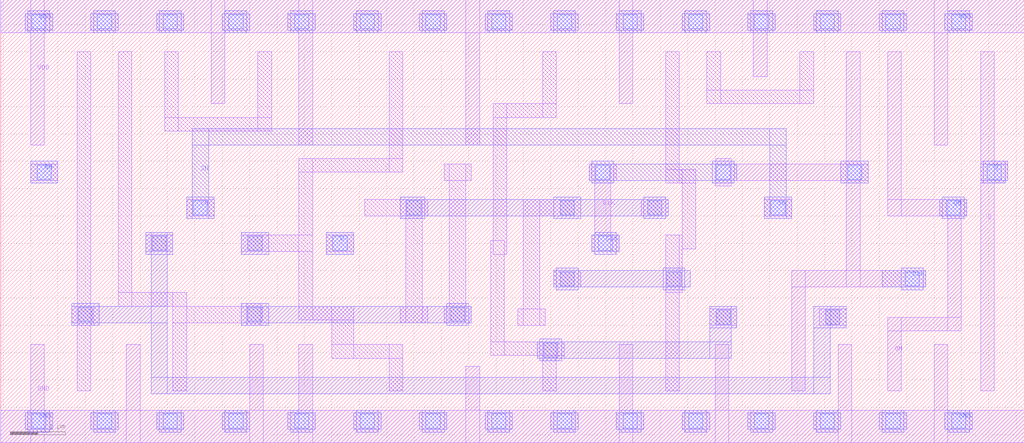
<source format=lef>
VERSION 5.8 ;
BUSBITCHARS "[]" ;
DIVIDERCHAR "/" ;

MACRO gf180mcu_osu_sc_12T_and2_1
  CLASS CORE ;
  ORIGIN 0 0.15 ;
  FOREIGN gf180mcu_osu_sc_12T_and2_1 0 -0.15 ;
  SIZE 3.9 BY 8.1 ;
  SYMMETRY X Y ;
  SITE 12T ;
  PIN A
    DIRECTION INPUT ;
    USE SIGNAL ;
    PORT
      LAYER MET1 ;
        RECT 0.6 3.35 1.1 3.65 ;
      LAYER MET2 ;
        RECT 0.6 3.3 1.1 3.7 ;
      LAYER VIA12 ;
        RECT 0.72 3.37 0.98 3.63 ;
    END
  END A
  PIN B
    DIRECTION INPUT ;
    USE SIGNAL ;
    PORT
      LAYER MET1 ;
        RECT 1.9 2.7 2.4 3 ;
      LAYER MET2 ;
        RECT 1.9 2.65 2.4 3.05 ;
      LAYER VIA12 ;
        RECT 2.02 2.72 2.28 2.98 ;
    END
  END B
  PIN GND
    DIRECTION INOUT ;
    USE GROUND ;
    SHAPE ABUTMENT ;
    PORT
      LAYER MET1 ;
        RECT 0 -0.15 3.9 0.45 ;
        RECT 2.1 -0.15 2.5 1.65 ;
      LAYER MET2 ;
        RECT 2.85 0.1 3.35 0.4 ;
        RECT 2.9 0.05 3.3 0.45 ;
        RECT 1.65 0.1 2.15 0.4 ;
        RECT 1.7 0.05 2.1 0.45 ;
        RECT 0.45 0.1 0.95 0.4 ;
        RECT 0.5 0.05 0.9 0.45 ;
      LAYER VIA12 ;
        RECT 0.57 0.12 0.83 0.38 ;
        RECT 1.77 0.12 2.03 0.38 ;
        RECT 2.97 0.12 3.23 0.38 ;
    END
  END GND
  PIN VDD
    DIRECTION INOUT ;
    USE POWER ;
    SHAPE ABUTMENT ;
    PORT
      LAYER MET1 ;
        RECT 0 7.35 3.9 7.95 ;
        RECT 2.25 5.3 2.5 7.95 ;
        RECT 0.55 5.3 0.8 7.95 ;
      LAYER MET2 ;
        RECT 2.85 7.4 3.35 7.7 ;
        RECT 2.9 7.35 3.3 7.75 ;
        RECT 1.65 7.4 2.15 7.7 ;
        RECT 1.7 7.35 2.1 7.75 ;
        RECT 0.45 7.4 0.95 7.7 ;
        RECT 0.5 7.35 0.9 7.75 ;
      LAYER VIA12 ;
        RECT 0.57 7.42 0.83 7.68 ;
        RECT 1.77 7.42 2.03 7.68 ;
        RECT 2.97 7.42 3.23 7.68 ;
    END
  END VDD
  PIN Y
    DIRECTION OUTPUT ;
    USE SIGNAL ;
    PORT
      LAYER MET1 ;
        RECT 3.1 4.7 3.6 5 ;
        RECT 3.1 4.65 3.5 5 ;
        RECT 3.1 4.65 3.45 5.05 ;
        RECT 3.1 0.8 3.35 7 ;
      LAYER MET2 ;
        RECT 3.1 4.65 3.6 5.05 ;
      LAYER VIA12 ;
        RECT 3.22 4.72 3.48 4.98 ;
    END
  END Y
  OBS
    LAYER MET2 ;
      RECT 2.35 3.95 2.85 4.35 ;
      RECT 1.3 3.95 1.8 4.35 ;
    LAYER VIA12 ;
      RECT 2.47 4.02 2.73 4.28 ;
      RECT 1.42 4.02 1.68 4.28 ;
    LAYER MET1 ;
      RECT 1.4 1.75 1.65 7 ;
      RECT 1.3 4 2.85 4.3 ;
      RECT 0.7 1.75 1.65 2 ;
      RECT 0.7 0.8 0.95 2 ;
  END
END gf180mcu_osu_sc_12T_and2_1

MACRO gf180mcu_osu_sc_12T_aoi21_1
  CLASS CORE ;
  ORIGIN 0 0.15 ;
  FOREIGN gf180mcu_osu_sc_12T_aoi21_1 0 -0.15 ;
  SIZE 3.9 BY 8.1 ;
  SYMMETRY X Y ;
  SITE 12T ;
  PIN A0
    DIRECTION INPUT ;
    USE SIGNAL ;
    PORT
      LAYER MET1 ;
        RECT 0.6 3.35 1.1 3.65 ;
      LAYER MET2 ;
        RECT 0.6 3.3 1.1 3.7 ;
      LAYER VIA12 ;
        RECT 0.72 3.37 0.98 3.63 ;
    END
  END A0
  PIN A1
    DIRECTION INPUT ;
    USE SIGNAL ;
    PORT
      LAYER MET1 ;
        RECT 1.6 4 2.1 4.3 ;
      LAYER MET2 ;
        RECT 1.6 3.95 2.1 4.35 ;
      LAYER VIA12 ;
        RECT 1.72 4.02 1.98 4.28 ;
    END
  END A1
  PIN B
    DIRECTION INPUT ;
    USE SIGNAL ;
    PORT
      LAYER MET1 ;
        RECT 2.35 3.35 2.85 3.65 ;
      LAYER MET2 ;
        RECT 2.35 3.3 2.85 3.7 ;
      LAYER VIA12 ;
        RECT 2.47 3.37 2.73 3.63 ;
    END
  END B
  PIN GND
    DIRECTION INOUT ;
    USE GROUND ;
    SHAPE ABUTMENT ;
    PORT
      LAYER MET1 ;
        RECT 0 -0.15 3.9 0.45 ;
        RECT 2.95 -0.15 3.2 1.65 ;
        RECT 0.7 -0.15 0.95 1.65 ;
      LAYER MET2 ;
        RECT 2.85 0.1 3.35 0.4 ;
        RECT 2.9 0.05 3.3 0.45 ;
        RECT 1.65 0.1 2.15 0.4 ;
        RECT 1.7 0.05 2.1 0.45 ;
        RECT 0.45 0.1 0.95 0.4 ;
        RECT 0.5 0.05 0.9 0.45 ;
      LAYER VIA12 ;
        RECT 0.57 0.12 0.83 0.38 ;
        RECT 1.77 0.12 2.03 0.38 ;
        RECT 2.97 0.12 3.23 0.38 ;
    END
  END GND
  PIN VDD
    DIRECTION INOUT ;
    USE POWER ;
    SHAPE ABUTMENT ;
    PORT
      LAYER MET1 ;
        RECT 0 7.35 3.9 7.95 ;
        RECT 1.4 6.05 1.65 7.95 ;
      LAYER MET2 ;
        RECT 2.85 7.4 3.35 7.7 ;
        RECT 2.9 7.35 3.3 7.75 ;
        RECT 1.65 7.4 2.15 7.7 ;
        RECT 1.7 7.35 2.1 7.75 ;
        RECT 0.45 7.4 0.95 7.7 ;
        RECT 0.5 7.35 0.9 7.75 ;
      LAYER VIA12 ;
        RECT 0.57 7.42 0.83 7.68 ;
        RECT 1.77 7.42 2.03 7.68 ;
        RECT 2.97 7.42 3.23 7.68 ;
    END
  END VDD
  PIN Y
    DIRECTION OUTPUT ;
    USE SIGNAL ;
    PORT
      LAYER MET1 ;
        RECT 3 4.65 3.5 4.95 ;
        RECT 3.1 2.4 3.35 7 ;
        RECT 2.1 2.4 3.35 2.65 ;
        RECT 2.1 0.8 2.35 2.65 ;
      LAYER MET2 ;
        RECT 3 4.6 3.5 5 ;
      LAYER VIA12 ;
        RECT 3.12 4.67 3.38 4.93 ;
    END
  END Y
  OBS
    LAYER MET1 ;
      RECT 2.25 5.55 2.5 7 ;
      RECT 0.55 5.55 0.8 7 ;
      RECT 0.55 5.55 2.5 5.8 ;
  END
END gf180mcu_osu_sc_12T_aoi21_1

MACRO gf180mcu_osu_sc_12T_dff_1
  CLASS CORE ;
  ORIGIN 0 0.15 ;
  FOREIGN gf180mcu_osu_sc_12T_dff_1 0 -0.15 ;
  SIZE 12.95 BY 8.1 ;
  SYMMETRY X Y ;
  SITE 12T ;
  PIN CLK
    DIRECTION INPUT ;
    USE CLOCK ;
    PORT
      LAYER MET1 ;
        RECT 9.7 2.7 11.15 3 ;
        RECT 9.7 0.8 9.95 7 ;
        RECT 6.75 3.35 7.3 3.65 ;
        RECT 6.7 4.65 7.2 4.95 ;
        RECT 6.8 3.3 7.2 3.65 ;
        RECT 6.8 3.3 7.1 4.95 ;
      LAYER MET2 ;
        RECT 9.6 2.7 11.15 3 ;
        RECT 10.7 2.65 11.1 3.05 ;
        RECT 6.7 4.65 9.9 4.95 ;
        RECT 9.6 2.7 9.9 4.95 ;
        RECT 6.75 4.6 7.15 5 ;
        RECT 6.75 3.35 7.25 3.65 ;
        RECT 6.8 3.3 7.2 3.7 ;
      LAYER VIA12 ;
        RECT 6.82 4.67 7.08 4.93 ;
        RECT 6.87 3.37 7.13 3.63 ;
        RECT 10.77 2.72 11.03 2.98 ;
    END
  END CLK
  PIN D
    DIRECTION INPUT ;
    USE SIGNAL ;
    PORT
      LAYER MET1 ;
        RECT 1.9 3.35 2.4 3.65 ;
      LAYER MET2 ;
        RECT 1.75 3.35 2.55 3.65 ;
        RECT 1.9 3.3 2.4 3.7 ;
      LAYER VIA12 ;
        RECT 2.02 3.37 2.28 3.63 ;
    END
  END D
  PIN GND
    DIRECTION INOUT ;
    USE GROUND ;
    SHAPE ABUTMENT ;
    PORT
      LAYER MET1 ;
        RECT 0 -0.15 12.95 0.45 ;
        RECT 11.3 -0.15 11.55 1.65 ;
        RECT 8.85 -0.15 9.1 1.3 ;
        RECT 7.25 -0.15 7.5 1.65 ;
        RECT 4.45 -0.15 4.7 1.25 ;
        RECT 1.4 -0.15 1.65 1.65 ;
      LAYER MET2 ;
        RECT 11.25 0.1 11.75 0.4 ;
        RECT 11.3 0.05 11.7 0.45 ;
        RECT 10.05 0.1 10.55 0.4 ;
        RECT 10.1 0.05 10.5 0.45 ;
        RECT 8.85 0.1 9.35 0.4 ;
        RECT 8.9 0.05 9.3 0.45 ;
        RECT 7.65 0.1 8.15 0.4 ;
        RECT 7.7 0.05 8.1 0.45 ;
        RECT 6.45 0.1 6.95 0.4 ;
        RECT 6.5 0.05 6.9 0.45 ;
        RECT 5.25 0.1 5.75 0.4 ;
        RECT 5.3 0.05 5.7 0.45 ;
        RECT 4.05 0.1 4.55 0.4 ;
        RECT 4.1 0.05 4.5 0.45 ;
        RECT 2.85 0.1 3.35 0.4 ;
        RECT 2.9 0.05 3.3 0.45 ;
        RECT 1.65 0.1 2.15 0.4 ;
        RECT 1.7 0.05 2.1 0.45 ;
        RECT 0.45 0.1 0.95 0.4 ;
        RECT 0.5 0.05 0.9 0.45 ;
      LAYER VIA12 ;
        RECT 0.57 0.12 0.83 0.38 ;
        RECT 1.77 0.12 2.03 0.38 ;
        RECT 2.97 0.12 3.23 0.38 ;
        RECT 4.17 0.12 4.43 0.38 ;
        RECT 5.37 0.12 5.63 0.38 ;
        RECT 6.57 0.12 6.83 0.38 ;
        RECT 7.77 0.12 8.03 0.38 ;
        RECT 8.97 0.12 9.23 0.38 ;
        RECT 10.17 0.12 10.43 0.38 ;
        RECT 11.37 0.12 11.63 0.38 ;
    END
  END GND
  PIN Q
    DIRECTION OUTPUT ;
    USE SIGNAL ;
    PORT
      LAYER MET1 ;
        RECT 12.15 4.65 12.65 5 ;
        RECT 12.15 4.6 12.6 5 ;
        RECT 12.15 0.8 12.4 7 ;
      LAYER MET2 ;
        RECT 12.15 4.65 12.65 4.95 ;
        RECT 12.2 4.6 12.6 5 ;
      LAYER VIA12 ;
        RECT 12.27 4.67 12.53 4.93 ;
    END
  END Q
  PIN QN
    DIRECTION OUTPUT ;
    USE SIGNAL ;
    PORT
      LAYER MET1 ;
        RECT 10.45 4 11.9 4.3 ;
        RECT 11.55 1.9 11.8 4.3 ;
        RECT 10.45 1.9 11.8 2.15 ;
        RECT 10.45 4 10.7 7 ;
        RECT 10.45 0.8 10.7 2.15 ;
      LAYER MET2 ;
        RECT 11.4 4 11.9 4.3 ;
        RECT 11.45 3.95 11.85 4.35 ;
      LAYER VIA12 ;
        RECT 11.52 4.02 11.78 4.28 ;
    END
  END QN
  PIN VDD
    DIRECTION INOUT ;
    USE POWER ;
    SHAPE ABUTMENT ;
    PORT
      LAYER MET1 ;
        RECT 0 7.35 12.95 7.95 ;
        RECT 11.3 5.3 11.55 7.95 ;
        RECT 8.85 5.3 9.1 7.95 ;
        RECT 7.25 6.05 7.5 7.95 ;
        RECT 4.45 5.3 4.7 7.95 ;
        RECT 1.4 5.3 1.65 7.95 ;
      LAYER MET2 ;
        RECT 11.25 7.4 11.75 7.7 ;
        RECT 11.3 7.35 11.7 7.75 ;
        RECT 10.05 7.4 10.55 7.7 ;
        RECT 10.1 7.35 10.5 7.75 ;
        RECT 8.85 7.4 9.35 7.7 ;
        RECT 8.9 7.35 9.3 7.75 ;
        RECT 7.65 7.4 8.15 7.7 ;
        RECT 7.7 7.35 8.1 7.75 ;
        RECT 6.45 7.4 6.95 7.7 ;
        RECT 6.5 7.35 6.9 7.75 ;
        RECT 5.25 7.4 5.75 7.7 ;
        RECT 5.3 7.35 5.7 7.75 ;
        RECT 4.05 7.4 4.55 7.7 ;
        RECT 4.1 7.35 4.5 7.75 ;
        RECT 2.85 7.4 3.35 7.7 ;
        RECT 2.9 7.35 3.3 7.75 ;
        RECT 1.65 7.4 2.15 7.7 ;
        RECT 1.7 7.35 2.1 7.75 ;
        RECT 0.45 7.4 0.95 7.7 ;
        RECT 0.5 7.35 0.9 7.75 ;
      LAYER VIA12 ;
        RECT 0.57 7.42 0.83 7.68 ;
        RECT 1.77 7.42 2.03 7.68 ;
        RECT 2.97 7.42 3.23 7.68 ;
        RECT 4.17 7.42 4.43 7.68 ;
        RECT 5.37 7.42 5.63 7.68 ;
        RECT 6.57 7.42 6.83 7.68 ;
        RECT 7.77 7.42 8.03 7.68 ;
        RECT 8.97 7.42 9.23 7.68 ;
        RECT 10.17 7.42 10.43 7.68 ;
        RECT 11.37 7.42 11.63 7.68 ;
    END
  END VDD
  OBS
    LAYER MET2 ;
      RECT 9 1.5 9.4 1.9 ;
      RECT 8.5 1.55 9.45 1.85 ;
      RECT 5.8 1.35 6.2 1.75 ;
      RECT 5.75 1.4 8.8 1.7 ;
      RECT 5.75 1.5 9.4 1.7 ;
      RECT 8.05 2.65 8.45 3.05 ;
      RECT 6.1 2.65 6.5 3.05 ;
      RECT 6.05 2.7 8.55 3 ;
      RECT 7.7 3.95 8.1 4.35 ;
      RECT 6.05 3.95 6.55 4.35 ;
      RECT 3.25 3.95 3.7 4.35 ;
      RECT 3.25 4 8.15 4.3 ;
      RECT 4.1 2 4.5 2.4 ;
      RECT 0.45 2 0.85 2.4 ;
      RECT 0.4 2.05 4.55 2.35 ;
    LAYER VIA12 ;
      RECT 9.07 1.57 9.33 1.83 ;
      RECT 8.12 2.72 8.38 2.98 ;
      RECT 7.77 4.02 8.03 4.28 ;
      RECT 6.17 2.72 6.43 2.98 ;
      RECT 6.17 4.02 6.43 4.28 ;
      RECT 5.87 1.42 6.13 1.68 ;
      RECT 4.17 2.07 4.43 2.33 ;
      RECT 3.37 4.02 3.63 4.28 ;
      RECT 0.52 2.07 0.78 2.33 ;
    LAYER MET1 ;
      RECT 9.05 1.55 9.35 3.1 ;
      RECT 8.95 2.7 9.45 3 ;
      RECT 8.95 1.55 9.45 1.85 ;
      RECT 8.1 4.6 8.35 7 ;
      RECT 8.1 4.6 8.9 4.85 ;
      RECT 8.6 3.4 8.9 4.85 ;
      RECT 8.1 3.4 8.9 3.65 ;
      RECT 8.1 2.6 8.4 3.65 ;
      RECT 8.1 0.8 8.35 3.65 ;
      RECT 5.5 4 6.55 4.3 ;
      RECT 5.5 2 5.8 4.3 ;
      RECT 5.4 2 5.9 2.3 ;
      RECT 5.85 5.8 6.1 7 ;
      RECT 4.95 5.8 6.1 6.05 ;
      RECT 4.95 3.3 5.2 6.05 ;
      RECT 4.9 1.45 5.15 3.55 ;
      RECT 4.9 1.45 6.25 1.7 ;
      RECT 5.85 1.4 6.25 1.7 ;
      RECT 5.85 0.8 6.1 1.7 ;
      RECT 4.05 4.65 4.55 4.95 ;
      RECT 4.15 2.05 4.45 4.95 ;
      RECT 4.05 2.05 4.55 2.35 ;
      RECT 2.6 4 3.75 4.3 ;
      RECT 3.35 2.05 3.65 4.3 ;
      RECT 3.25 2.05 3.75 2.35 ;
      RECT 3.05 4.8 3.3 7 ;
      RECT 1.4 4.8 3.3 5.05 ;
      RECT 1.4 2.1 1.65 5.05 ;
      RECT 1.05 4 1.65 4.3 ;
      RECT 1.4 2.1 2.4 2.35 ;
      RECT 2 1.4 2.4 2.35 ;
      RECT 2 1.4 3.3 1.65 ;
      RECT 3.05 0.8 3.3 1.65 ;
      RECT 0.55 0.8 0.8 7 ;
      RECT 0.5 1.95 0.8 2.45 ;
      RECT 7.65 4 8.15 4.3 ;
      RECT 6.05 2.7 6.55 3 ;
  END
END gf180mcu_osu_sc_12T_dff_1

MACRO gf180mcu_osu_sc_12T_dffn_1
  CLASS CORE ;
  ORIGIN 0 0.15 ;
  FOREIGN gf180mcu_osu_sc_12T_dffn_1 0 -0.15 ;
  SIZE 12.95 BY 8.1 ;
  SYMMETRY X Y ;
  SITE 12T ;
  PIN CLKN
    DIRECTION INPUT ;
    USE CLOCK ;
    PORT
      LAYER MET1 ;
        RECT 9.7 2.7 11.15 3 ;
        RECT 9.7 0.8 9.95 7 ;
        RECT 6.75 3.35 7.25 3.65 ;
        RECT 6.7 4.65 7.2 4.95 ;
        RECT 6.8 3.35 7.1 4.95 ;
      LAYER MET2 ;
        RECT 9.6 2.7 11.15 3 ;
        RECT 10.7 2.65 11.1 3.05 ;
        RECT 6.7 4.65 9.9 4.95 ;
        RECT 9.6 2.7 9.9 4.95 ;
        RECT 6.75 4.6 7.15 5 ;
        RECT 6.75 3.35 7.25 3.65 ;
        RECT 6.8 3.3 7.2 3.7 ;
      LAYER VIA12 ;
        RECT 6.82 4.67 7.08 4.93 ;
        RECT 6.87 3.37 7.13 3.63 ;
        RECT 10.77 2.72 11.03 2.98 ;
    END
  END CLKN
  PIN D
    DIRECTION INPUT ;
    USE SIGNAL ;
    PORT
      LAYER MET1 ;
        RECT 1.9 3.35 2.4 3.65 ;
      LAYER MET2 ;
        RECT 1.75 3.35 2.55 3.65 ;
        RECT 1.9 3.3 2.4 3.7 ;
      LAYER VIA12 ;
        RECT 2.02 3.37 2.28 3.63 ;
    END
  END D
  PIN GND
    DIRECTION INOUT ;
    USE GROUND ;
    SHAPE ABUTMENT ;
    PORT
      LAYER MET1 ;
        RECT 0 -0.15 12.95 0.45 ;
        RECT 11.3 -0.15 11.55 1.65 ;
        RECT 8.85 -0.15 9.1 1.3 ;
        RECT 7.25 -0.15 7.5 1.65 ;
        RECT 4.45 -0.15 4.7 1.25 ;
        RECT 1.4 -0.15 1.65 1.65 ;
      LAYER MET2 ;
        RECT 11.25 0.1 11.75 0.4 ;
        RECT 11.3 0.05 11.7 0.45 ;
        RECT 10.05 0.1 10.55 0.4 ;
        RECT 10.1 0.05 10.5 0.45 ;
        RECT 8.85 0.1 9.35 0.4 ;
        RECT 8.9 0.05 9.3 0.45 ;
        RECT 7.65 0.1 8.15 0.4 ;
        RECT 7.7 0.05 8.1 0.45 ;
        RECT 6.45 0.1 6.95 0.4 ;
        RECT 6.5 0.05 6.9 0.45 ;
        RECT 5.25 0.1 5.75 0.4 ;
        RECT 5.3 0.05 5.7 0.45 ;
        RECT 4.05 0.1 4.55 0.4 ;
        RECT 4.1 0.05 4.5 0.45 ;
        RECT 2.85 0.1 3.35 0.4 ;
        RECT 2.9 0.05 3.3 0.45 ;
        RECT 1.65 0.1 2.15 0.4 ;
        RECT 1.7 0.05 2.1 0.45 ;
        RECT 0.45 0.1 0.95 0.4 ;
        RECT 0.5 0.05 0.9 0.45 ;
      LAYER VIA12 ;
        RECT 0.57 0.12 0.83 0.38 ;
        RECT 1.77 0.12 2.03 0.38 ;
        RECT 2.97 0.12 3.23 0.38 ;
        RECT 4.17 0.12 4.43 0.38 ;
        RECT 5.37 0.12 5.63 0.38 ;
        RECT 6.57 0.12 6.83 0.38 ;
        RECT 7.77 0.12 8.03 0.38 ;
        RECT 8.97 0.12 9.23 0.38 ;
        RECT 10.17 0.12 10.43 0.38 ;
        RECT 11.37 0.12 11.63 0.38 ;
    END
  END GND
  PIN Q
    DIRECTION OUTPUT ;
    USE SIGNAL ;
    PORT
      LAYER MET1 ;
        RECT 12.15 4.65 12.65 5 ;
        RECT 12.15 4.6 12.6 5 ;
        RECT 12.15 0.8 12.4 7 ;
      LAYER MET2 ;
        RECT 12.15 4.65 12.65 4.95 ;
        RECT 12.2 4.6 12.6 5 ;
      LAYER VIA12 ;
        RECT 12.27 4.67 12.53 4.93 ;
    END
  END Q
  PIN QN
    DIRECTION OUTPUT ;
    USE SIGNAL ;
    PORT
      LAYER MET1 ;
        RECT 10.45 4 11.9 4.3 ;
        RECT 11.55 1.9 11.8 4.3 ;
        RECT 10.45 1.9 11.8 2.15 ;
        RECT 10.45 4 10.7 7 ;
        RECT 10.45 0.8 10.7 2.15 ;
      LAYER MET2 ;
        RECT 11.4 4 11.9 4.3 ;
        RECT 11.45 3.95 11.85 4.35 ;
      LAYER VIA12 ;
        RECT 11.52 4.02 11.78 4.28 ;
    END
  END QN
  PIN VDD
    DIRECTION INOUT ;
    USE POWER ;
    SHAPE ABUTMENT ;
    PORT
      LAYER MET1 ;
        RECT 0 7.35 12.95 7.95 ;
        RECT 11.3 5.3 11.55 7.95 ;
        RECT 8.85 5.3 9.1 7.95 ;
        RECT 7.25 6.05 7.5 7.95 ;
        RECT 4.45 5.3 4.7 7.95 ;
        RECT 1.4 5.3 1.65 7.95 ;
      LAYER MET2 ;
        RECT 11.25 7.4 11.75 7.7 ;
        RECT 11.3 7.35 11.7 7.75 ;
        RECT 10.05 7.4 10.55 7.7 ;
        RECT 10.1 7.35 10.5 7.75 ;
        RECT 8.85 7.4 9.35 7.7 ;
        RECT 8.9 7.35 9.3 7.75 ;
        RECT 7.65 7.4 8.15 7.7 ;
        RECT 7.7 7.35 8.1 7.75 ;
        RECT 6.45 7.4 6.95 7.7 ;
        RECT 6.5 7.35 6.9 7.75 ;
        RECT 5.25 7.4 5.75 7.7 ;
        RECT 5.3 7.35 5.7 7.75 ;
        RECT 4.05 7.4 4.55 7.7 ;
        RECT 4.1 7.35 4.5 7.75 ;
        RECT 2.85 7.4 3.35 7.7 ;
        RECT 2.9 7.35 3.3 7.75 ;
        RECT 1.65 7.4 2.15 7.7 ;
        RECT 1.7 7.35 2.1 7.75 ;
        RECT 0.45 7.4 0.95 7.7 ;
        RECT 0.5 7.35 0.9 7.75 ;
      LAYER VIA12 ;
        RECT 0.57 7.42 0.83 7.68 ;
        RECT 1.77 7.42 2.03 7.68 ;
        RECT 2.97 7.42 3.23 7.68 ;
        RECT 4.17 7.42 4.43 7.68 ;
        RECT 5.37 7.42 5.63 7.68 ;
        RECT 6.57 7.42 6.83 7.68 ;
        RECT 7.77 7.42 8.03 7.68 ;
        RECT 8.97 7.42 9.23 7.68 ;
        RECT 10.17 7.42 10.43 7.68 ;
        RECT 11.37 7.42 11.63 7.68 ;
    END
  END VDD
  OBS
    LAYER MET2 ;
      RECT 9 1.5 9.4 1.9 ;
      RECT 8.5 1.55 9.45 1.85 ;
      RECT 5.8 1.35 6.2 1.75 ;
      RECT 5.75 1.4 8.8 1.7 ;
      RECT 5.75 1.5 9.4 1.7 ;
      RECT 8.05 2.65 8.45 3.05 ;
      RECT 6.1 2.65 6.5 3.05 ;
      RECT 6.05 2.7 8.55 3 ;
      RECT 7.7 3.95 8.1 4.35 ;
      RECT 6.05 3.95 6.55 4.35 ;
      RECT 3.25 3.95 3.7 4.35 ;
      RECT 3.25 4 8.15 4.3 ;
      RECT 4.1 2 4.5 2.4 ;
      RECT 0.45 2 0.85 2.4 ;
      RECT 0.4 2.05 4.55 2.35 ;
    LAYER VIA12 ;
      RECT 9.07 1.57 9.33 1.83 ;
      RECT 8.12 2.72 8.38 2.98 ;
      RECT 7.77 4.02 8.03 4.28 ;
      RECT 6.17 2.72 6.43 2.98 ;
      RECT 6.17 4.02 6.43 4.28 ;
      RECT 5.87 1.42 6.13 1.68 ;
      RECT 4.17 2.07 4.43 2.33 ;
      RECT 3.37 4.02 3.63 4.28 ;
      RECT 0.52 2.07 0.78 2.33 ;
    LAYER MET1 ;
      RECT 9.05 1.55 9.35 3.1 ;
      RECT 8.95 2.7 9.45 3 ;
      RECT 8.95 1.55 9.45 1.85 ;
      RECT 8.1 4.6 8.35 7 ;
      RECT 8.1 4.6 8.9 4.85 ;
      RECT 8.6 3.4 8.9 4.85 ;
      RECT 8.1 3.4 8.9 3.65 ;
      RECT 8.1 2.6 8.4 3.65 ;
      RECT 8.1 0.8 8.35 3.65 ;
      RECT 5.5 4 6.55 4.3 ;
      RECT 5.5 2 5.8 4.3 ;
      RECT 5.4 2 5.9 2.3 ;
      RECT 5.85 5.8 6.1 7 ;
      RECT 4.95 5.8 6.1 6.05 ;
      RECT 4.95 3.3 5.2 6.05 ;
      RECT 4.9 1.45 5.15 3.55 ;
      RECT 4.9 1.45 6.25 1.7 ;
      RECT 5.85 1.4 6.25 1.7 ;
      RECT 5.85 0.8 6.1 1.7 ;
      RECT 4.05 4.65 4.55 4.95 ;
      RECT 4.15 2.05 4.45 4.95 ;
      RECT 4.05 2.05 4.55 2.35 ;
      RECT 2.6 4 3.75 4.3 ;
      RECT 3.35 2.05 3.65 4.3 ;
      RECT 3.25 2.05 3.75 2.35 ;
      RECT 3.05 4.8 3.3 7 ;
      RECT 1.4 4.8 3.3 5.05 ;
      RECT 1.4 2.1 1.65 5.05 ;
      RECT 1.05 4 1.65 4.3 ;
      RECT 1.4 2.1 2.4 2.35 ;
      RECT 2 1.4 2.4 2.35 ;
      RECT 2 1.4 3.3 1.65 ;
      RECT 3.05 0.8 3.3 1.65 ;
      RECT 0.55 0.8 0.8 7 ;
      RECT 0.5 1.95 0.8 2.45 ;
      RECT 7.65 4 8.15 4.3 ;
      RECT 6.05 2.7 6.55 3 ;
  END
END gf180mcu_osu_sc_12T_dffn_1

MACRO gf180mcu_osu_sc_12T_dffsr_1
  CLASS CORE ;
  ORIGIN 4.05 0.15 ;
  FOREIGN gf180mcu_osu_sc_12T_dffsr_1 -4.05 -0.15 ;
  SIZE 18.7 BY 8.1 ;
  SYMMETRY X Y ;
  SITE 12T ;
  PIN CLK
    DIRECTION INPUT ;
    USE CLOCK ;
    PORT
      LAYER MET1 ;
        RECT 10.4 2.7 12.85 3 ;
        RECT 9 4.65 11.8 4.95 ;
        RECT 11.4 2.7 11.65 7 ;
        RECT 10.4 0.8 10.65 3 ;
        RECT 9 4.55 9.3 5.05 ;
        RECT 6.75 3.35 7.25 3.65 ;
        RECT 6.7 4.65 7.2 4.95 ;
        RECT 6.8 3.35 7.1 4.95 ;
      LAYER MET2 ;
        RECT 12.05 2.7 12.85 3 ;
        RECT 12.4 2.65 12.8 3.05 ;
        RECT 11.3 4.6 11.8 5 ;
        RECT 6.7 4.65 9.4 4.95 ;
        RECT 8.95 4.6 9.35 5 ;
        RECT 6.75 4.6 7.15 5 ;
        RECT 6.75 3.35 7.25 3.65 ;
        RECT 6.8 3.3 7.2 3.7 ;
      LAYER VIA12 ;
        RECT 6.82 4.67 7.08 4.93 ;
        RECT 6.87 3.37 7.13 3.63 ;
        RECT 9.02 4.67 9.28 4.93 ;
        RECT 11.42 4.67 11.68 4.93 ;
        RECT 12.47 2.72 12.73 2.98 ;
    END
  END CLK
  PIN D
    DIRECTION INPUT ;
    USE SIGNAL ;
    PORT
      LAYER MET1 ;
        RECT 1.9 3.35 2.4 3.65 ;
      LAYER MET2 ;
        RECT 1.9 3.3 2.4 3.7 ;
      LAYER VIA12 ;
        RECT 2.02 3.37 2.28 3.63 ;
    END
  END D
  PIN GND
    DIRECTION INOUT ;
    USE GROUND ;
    SHAPE ABUTMENT ;
    PORT
      LAYER MET1 ;
        RECT -4.05 -0.15 14.65 0.45 ;
        RECT 13 -0.15 13.25 1.65 ;
        RECT 11.25 -0.15 11.5 1.65 ;
        RECT 9 -0.15 9.25 1.65 ;
        RECT 7.25 -0.15 7.5 1.65 ;
        RECT 4.45 -0.15 4.7 1.25 ;
        RECT 1.4 -0.15 1.65 1.65 ;
        RECT 0.5 -0.15 0.75 1.65 ;
        RECT -1.75 -0.15 -1.5 1.65 ;
        RECT -3.5 -0.15 -3.25 1.65 ;
      LAYER MET2 ;
        RECT 13.2 0.1 13.7 0.4 ;
        RECT 13.25 0.05 13.65 0.45 ;
        RECT 12 0.1 12.5 0.4 ;
        RECT 12.05 0.05 12.45 0.45 ;
        RECT 10.8 0.1 11.3 0.4 ;
        RECT 10.85 0.05 11.25 0.45 ;
        RECT 9.6 0.1 10.1 0.4 ;
        RECT 9.65 0.05 10.05 0.45 ;
        RECT 8.4 0.1 8.9 0.4 ;
        RECT 8.45 0.05 8.85 0.45 ;
        RECT 7.2 0.1 7.7 0.4 ;
        RECT 7.25 0.05 7.65 0.45 ;
        RECT 6 0.1 6.5 0.4 ;
        RECT 6.05 0.05 6.45 0.45 ;
        RECT 4.8 0.1 5.3 0.4 ;
        RECT 4.85 0.05 5.25 0.45 ;
        RECT 3.6 0.1 4.1 0.4 ;
        RECT 3.65 0.05 4.05 0.45 ;
        RECT 2.4 0.1 2.9 0.4 ;
        RECT 2.45 0.05 2.85 0.45 ;
        RECT 1.2 0.1 1.7 0.4 ;
        RECT 1.25 0.05 1.65 0.45 ;
        RECT 0 0.1 0.5 0.4 ;
        RECT 0.05 0.05 0.45 0.45 ;
        RECT -1.2 0.1 -0.7 0.4 ;
        RECT -1.15 0.05 -0.75 0.45 ;
        RECT -2.4 0.1 -1.9 0.4 ;
        RECT -2.35 0.05 -1.95 0.45 ;
        RECT -3.6 0.1 -3.1 0.4 ;
        RECT -3.55 0.05 -3.15 0.45 ;
      LAYER VIA12 ;
        RECT -3.48 0.12 -3.22 0.38 ;
        RECT -2.28 0.12 -2.02 0.38 ;
        RECT -1.08 0.12 -0.82 0.38 ;
        RECT 0.12 0.12 0.38 0.38 ;
        RECT 1.32 0.12 1.58 0.38 ;
        RECT 2.52 0.12 2.78 0.38 ;
        RECT 3.72 0.12 3.98 0.38 ;
        RECT 4.92 0.12 5.18 0.38 ;
        RECT 6.12 0.12 6.38 0.38 ;
        RECT 7.32 0.12 7.58 0.38 ;
        RECT 8.52 0.12 8.78 0.38 ;
        RECT 9.72 0.12 9.98 0.38 ;
        RECT 10.92 0.12 11.18 0.38 ;
        RECT 12.12 0.12 12.38 0.38 ;
        RECT 13.32 0.12 13.58 0.38 ;
    END
  END GND
  PIN Q
    DIRECTION OUTPUT ;
    USE SIGNAL ;
    PORT
      LAYER MET1 ;
        RECT 13.85 4.65 14.35 5 ;
        RECT 13.85 4.6 14.3 5 ;
        RECT 13.85 0.8 14.1 7 ;
      LAYER MET2 ;
        RECT 13.85 4.65 14.35 4.95 ;
        RECT 13.9 4.6 14.3 5 ;
      LAYER VIA12 ;
        RECT 13.97 4.67 14.23 4.93 ;
    END
  END Q
  PIN QN
    DIRECTION OUTPUT ;
    USE SIGNAL ;
    PORT
      LAYER MET1 ;
        RECT 12.15 4 13.6 4.3 ;
        RECT 13.25 1.9 13.5 4.3 ;
        RECT 12.15 1.9 13.5 2.15 ;
        RECT 12.15 4 12.4 7 ;
        RECT 12.15 0.8 12.4 2.15 ;
      LAYER MET2 ;
        RECT 13.1 4 13.6 4.3 ;
        RECT 13.15 3.95 13.55 4.35 ;
      LAYER VIA12 ;
        RECT 13.22 4.02 13.48 4.28 ;
    END
  END QN
  PIN RN
    DIRECTION INPUT ;
    USE SIGNAL ;
    PORT
      LAYER MET1 ;
        RECT -3.5 4.65 -3 4.95 ;
      LAYER MET2 ;
        RECT -3.5 4.6 -3 5 ;
      LAYER VIA12 ;
        RECT -3.38 4.67 -3.12 4.93 ;
    END
  END RN
  PIN SN
    DIRECTION INPUT ;
    USE SIGNAL ;
    PORT
      LAYER MET1 ;
        RECT 9.9 4 10.4 4.3 ;
        RECT -0.65 4 -0.15 4.3 ;
      LAYER MET2 ;
        RECT 9.9 3.95 10.4 4.35 ;
        RECT -0.55 5.3 10.3 5.6 ;
        RECT 10 3.95 10.3 5.6 ;
        RECT -0.65 3.95 -0.15 4.35 ;
        RECT -0.55 3.95 -0.25 5.6 ;
      LAYER VIA12 ;
        RECT -0.53 4.02 -0.27 4.28 ;
        RECT 10.02 4.02 10.28 4.28 ;
    END
  END SN
  PIN VDD
    DIRECTION INOUT ;
    USE POWER ;
    SHAPE ABUTMENT ;
    PORT
      LAYER MET1 ;
        RECT -4.05 7.35 14.65 7.95 ;
        RECT 13 5.3 13.25 7.95 ;
        RECT 9.7 6.55 9.95 7.95 ;
        RECT 7.25 6.05 7.5 7.95 ;
        RECT 4.45 5.3 4.7 7.95 ;
        RECT 1.4 5.3 1.65 7.95 ;
        RECT -0.2 6.05 0.05 7.95 ;
        RECT -3.5 5.3 -3.25 7.95 ;
      LAYER MET2 ;
        RECT 13.2 7.4 13.7 7.7 ;
        RECT 13.25 7.35 13.65 7.75 ;
        RECT 12 7.4 12.5 7.7 ;
        RECT 12.05 7.35 12.45 7.75 ;
        RECT 10.8 7.4 11.3 7.7 ;
        RECT 10.85 7.35 11.25 7.75 ;
        RECT 9.6 7.4 10.1 7.7 ;
        RECT 9.65 7.35 10.05 7.75 ;
        RECT 8.4 7.4 8.9 7.7 ;
        RECT 8.45 7.35 8.85 7.75 ;
        RECT 7.2 7.4 7.7 7.7 ;
        RECT 7.25 7.35 7.65 7.75 ;
        RECT 6 7.4 6.5 7.7 ;
        RECT 6.05 7.35 6.45 7.75 ;
        RECT 4.8 7.4 5.3 7.7 ;
        RECT 4.85 7.35 5.25 7.75 ;
        RECT 3.6 7.4 4.1 7.7 ;
        RECT 3.65 7.35 4.05 7.75 ;
        RECT 2.4 7.4 2.9 7.7 ;
        RECT 2.45 7.35 2.85 7.75 ;
        RECT 1.2 7.4 1.7 7.7 ;
        RECT 1.25 7.35 1.65 7.75 ;
        RECT 0 7.4 0.5 7.7 ;
        RECT 0.05 7.35 0.45 7.75 ;
        RECT -1.2 7.4 -0.7 7.7 ;
        RECT -1.15 7.35 -0.75 7.75 ;
        RECT -2.4 7.4 -1.9 7.7 ;
        RECT -2.35 7.35 -1.95 7.75 ;
        RECT -3.6 7.4 -3.1 7.7 ;
        RECT -3.55 7.35 -3.15 7.75 ;
      LAYER VIA12 ;
        RECT -3.48 7.42 -3.22 7.68 ;
        RECT -2.28 7.42 -2.02 7.68 ;
        RECT -1.08 7.42 -0.82 7.68 ;
        RECT 0.12 7.42 0.38 7.68 ;
        RECT 1.32 7.42 1.58 7.68 ;
        RECT 2.52 7.42 2.78 7.68 ;
        RECT 3.72 7.42 3.98 7.68 ;
        RECT 4.92 7.42 5.18 7.68 ;
        RECT 6.12 7.42 6.38 7.68 ;
        RECT 7.32 7.42 7.58 7.68 ;
        RECT 8.52 7.42 8.78 7.68 ;
        RECT 9.72 7.42 9.98 7.68 ;
        RECT 10.92 7.42 11.18 7.68 ;
        RECT 12.12 7.42 12.38 7.68 ;
        RECT 13.32 7.42 13.58 7.68 ;
    END
  END VDD
  OBS
    LAYER MET2 ;
      RECT -1.4 3.3 -0.9 3.7 ;
      RECT -1.3 0.75 -1 3.7 ;
      RECT -2.75 2 -2.25 2.4 ;
      RECT 10.8 1.95 11.4 2.35 ;
      RECT -2.75 2.05 -1 2.35 ;
      RECT 10.8 0.75 11.1 2.35 ;
      RECT -1.3 0.75 11.1 1.05 ;
      RECT 8.9 1.95 9.4 2.35 ;
      RECT 8.9 1.4 9.3 2.35 ;
      RECT 5.8 1.35 6.2 1.75 ;
      RECT 5.75 1.4 9.3 1.7 ;
      RECT 8.05 2.65 8.45 3.05 ;
      RECT 6.1 2.65 6.5 3.05 ;
      RECT 6.05 2.7 8.55 3 ;
      RECT 7.7 3.95 8.1 4.35 ;
      RECT 6.05 3.95 6.55 4.35 ;
      RECT 3.25 3.95 3.7 4.35 ;
      RECT 3.25 4 8.15 4.3 ;
      RECT 4.1 2 4.5 2.4 ;
      RECT 0.35 2 0.85 2.4 ;
      RECT 0.35 2.05 4.55 2.35 ;
      RECT 0.35 3.3 0.85 3.7 ;
    LAYER VIA12 ;
      RECT 11.02 2.02 11.28 2.28 ;
      RECT 9.02 2.02 9.28 2.28 ;
      RECT 8.12 2.72 8.38 2.98 ;
      RECT 7.77 4.02 8.03 4.28 ;
      RECT 6.17 2.72 6.43 2.98 ;
      RECT 6.17 4.02 6.43 4.28 ;
      RECT 5.87 1.42 6.13 1.68 ;
      RECT 4.17 2.07 4.43 2.33 ;
      RECT 3.37 4.02 3.63 4.28 ;
      RECT 0.47 2.07 0.73 2.33 ;
      RECT 0.47 3.37 0.73 3.63 ;
      RECT -1.28 3.37 -1.02 3.63 ;
      RECT -2.63 2.07 -2.37 2.33 ;
    LAYER MET1 ;
      RECT 10.55 6.05 10.8 7 ;
      RECT 8.85 6.05 9.1 7 ;
      RECT 8.85 6.05 10.8 6.3 ;
      RECT 8.1 4.6 8.35 7 ;
      RECT 8.1 4.6 8.65 4.85 ;
      RECT 8.4 3.4 8.65 4.85 ;
      RECT 8.1 2.6 8.4 3.65 ;
      RECT 8.1 0.8 8.35 3.65 ;
      RECT 5.5 4 6.55 4.3 ;
      RECT 5.5 2 5.8 4.3 ;
      RECT 5.4 2 5.9 2.3 ;
      RECT 5.85 5.8 6.1 7 ;
      RECT 4.95 5.8 6.1 6.05 ;
      RECT 4.95 3.3 5.2 6.05 ;
      RECT 4.9 1.45 5.15 3.55 ;
      RECT 4.9 1.45 6.25 1.7 ;
      RECT 5.85 1.4 6.25 1.7 ;
      RECT 5.85 0.8 6.1 1.7 ;
      RECT 4.05 4.65 4.55 4.95 ;
      RECT 4.15 2.05 4.45 4.95 ;
      RECT 4.05 2.05 4.55 2.35 ;
      RECT 2.6 4 3.75 4.3 ;
      RECT 3.35 2.05 3.65 4.3 ;
      RECT 3.25 2.05 3.75 2.35 ;
      RECT 3.05 4.8 3.3 7 ;
      RECT 1.4 4.8 3.3 5.05 ;
      RECT 1.4 2.1 1.65 5.05 ;
      RECT 0.35 3.35 1.65 3.65 ;
      RECT 1.4 2.1 2.4 2.35 ;
      RECT 2 1.4 2.4 2.35 ;
      RECT 2 1.4 3.3 1.65 ;
      RECT 3.05 0.8 3.3 1.65 ;
      RECT 0.65 5.55 0.9 7 ;
      RECT -1.05 5.55 -0.8 7 ;
      RECT -1.05 5.55 0.9 5.8 ;
      RECT -1.9 2.35 -1.65 7 ;
      RECT -1.9 2.35 -0.65 2.6 ;
      RECT -0.9 0.8 -0.65 2.6 ;
      RECT 0.45 2 0.7 2.4 ;
      RECT -0.9 2.05 0.85 2.35 ;
      RECT -2.65 0.8 -2.4 7 ;
      RECT -2.75 2.05 -2.25 2.35 ;
      RECT -2.65 2 -2.35 2.35 ;
      RECT 10.9 2 11.4 2.3 ;
      RECT 8.9 2 9.4 2.3 ;
      RECT 7.65 4 8.15 4.3 ;
      RECT 6.05 2.7 6.55 3 ;
      RECT -1.4 3.35 -0.9 3.65 ;
  END
END gf180mcu_osu_sc_12T_dffsr_1

MACRO gf180mcu_osu_sc_12T_inv_1
  CLASS CORE ;
  ORIGIN 0 0.15 ;
  FOREIGN gf180mcu_osu_sc_12T_inv_1 0 -0.15 ;
  SIZE 2.2 BY 8.1 ;
  SYMMETRY X Y ;
  SITE 12T ;
  PIN A
    DIRECTION INPUT ;
    USE SIGNAL ;
    PORT
      LAYER MET1 ;
        RECT 0.55 4.65 1.05 4.95 ;
      LAYER MET2 ;
        RECT 0.55 4.6 1.05 5 ;
      LAYER VIA12 ;
        RECT 0.67 4.67 0.93 4.93 ;
    END
  END A
  PIN GND
    DIRECTION INOUT ;
    USE GROUND ;
    SHAPE ABUTMENT ;
    PORT
      LAYER MET1 ;
        RECT 0 -0.15 2.2 0.45 ;
        RECT 0.55 -0.15 0.8 1.65 ;
      LAYER MET2 ;
        RECT 0.45 0.1 0.95 0.4 ;
        RECT 0.5 0.05 0.9 0.45 ;
      LAYER VIA12 ;
        RECT 0.57 0.12 0.83 0.38 ;
    END
  END GND
  PIN VDD
    DIRECTION INOUT ;
    USE POWER ;
    SHAPE ABUTMENT ;
    PORT
      LAYER MET1 ;
        RECT 0 7.35 2.2 7.95 ;
        RECT 0.55 5.3 0.8 7.95 ;
      LAYER MET2 ;
        RECT 0.45 7.4 0.95 7.7 ;
        RECT 0.5 7.35 0.9 7.75 ;
      LAYER VIA12 ;
        RECT 0.57 7.42 0.83 7.68 ;
    END
  END VDD
  PIN Y
    DIRECTION OUTPUT ;
    USE SIGNAL ;
    PORT
      LAYER MET1 ;
        RECT 1.3 3.35 1.8 3.65 ;
        RECT 1.4 0.8 1.65 7 ;
      LAYER MET2 ;
        RECT 1.3 3.3 1.8 3.7 ;
      LAYER VIA12 ;
        RECT 1.42 3.37 1.68 3.63 ;
    END
  END Y
END gf180mcu_osu_sc_12T_inv_1

MACRO gf180mcu_osu_sc_12T_nand2_1
  CLASS CORE ;
  ORIGIN 0 0.15 ;
  FOREIGN gf180mcu_osu_sc_12T_nand2_1 0 -0.15 ;
  SIZE 3.05 BY 8.1 ;
  SYMMETRY X Y ;
  SITE 12T ;
  PIN A
    DIRECTION INPUT ;
    USE SIGNAL ;
    PORT
      LAYER MET1 ;
        RECT 0.6 3.35 1.1 3.65 ;
      LAYER MET2 ;
        RECT 0.6 3.3 1.1 3.7 ;
      LAYER VIA12 ;
        RECT 0.72 3.37 0.98 3.63 ;
    END
  END A
  PIN B
    DIRECTION INPUT ;
    USE SIGNAL ;
    PORT
      LAYER MET1 ;
        RECT 1.9 2.7 2.4 3 ;
      LAYER MET2 ;
        RECT 1.9 2.65 2.4 3.05 ;
      LAYER VIA12 ;
        RECT 2.02 2.72 2.28 2.98 ;
    END
  END B
  PIN GND
    DIRECTION INOUT ;
    USE GROUND ;
    SHAPE ABUTMENT ;
    PORT
      LAYER MET1 ;
        RECT 0 -0.15 3.05 0.45 ;
        RECT 2.1 -0.15 2.35 1.65 ;
      LAYER MET2 ;
        RECT 1.65 0.1 2.15 0.4 ;
        RECT 1.7 0.05 2.1 0.45 ;
        RECT 0.45 0.1 0.95 0.4 ;
        RECT 0.5 0.05 0.9 0.45 ;
      LAYER VIA12 ;
        RECT 0.57 0.12 0.83 0.38 ;
        RECT 1.77 0.12 2.03 0.38 ;
    END
  END GND
  PIN VDD
    DIRECTION INOUT ;
    USE POWER ;
    SHAPE ABUTMENT ;
    PORT
      LAYER MET1 ;
        RECT 0 7.35 3.05 7.95 ;
        RECT 2.25 5.3 2.5 7.95 ;
        RECT 0.55 5.3 0.8 7.95 ;
      LAYER MET2 ;
        RECT 1.65 7.4 2.15 7.7 ;
        RECT 1.7 7.35 2.1 7.75 ;
        RECT 0.45 7.4 0.95 7.7 ;
        RECT 0.5 7.35 0.9 7.75 ;
      LAYER VIA12 ;
        RECT 0.57 7.42 0.83 7.68 ;
        RECT 1.77 7.42 2.03 7.68 ;
    END
  END VDD
  PIN Y
    DIRECTION OUTPUT ;
    USE SIGNAL ;
    PORT
      LAYER MET1 ;
        RECT 1.3 4 1.8 4.3 ;
        RECT 1.4 1.75 1.65 7 ;
        RECT 0.7 1.75 1.65 2 ;
        RECT 0.7 0.8 0.95 2 ;
      LAYER MET2 ;
        RECT 1.3 3.95 1.8 4.35 ;
      LAYER VIA12 ;
        RECT 1.42 4.02 1.68 4.28 ;
    END
  END Y
END gf180mcu_osu_sc_12T_nand2_1

MACRO gf180mcu_osu_sc_12T_nor2_1
  CLASS CORE ;
  ORIGIN 0 0.15 ;
  FOREIGN gf180mcu_osu_sc_12T_nor2_1 0 -0.15 ;
  SIZE 2.75 BY 8.1 ;
  SYMMETRY X Y ;
  SITE 12T ;
  PIN A
    DIRECTION INPUT ;
    USE SIGNAL ;
    PORT
      LAYER MET1 ;
        RECT 0.45 3.35 0.95 3.65 ;
      LAYER MET2 ;
        RECT 0.45 3.3 0.95 3.7 ;
      LAYER VIA12 ;
        RECT 0.57 3.37 0.83 3.63 ;
    END
  END A
  PIN B
    DIRECTION INPUT ;
    USE SIGNAL ;
    PORT
      LAYER MET1 ;
        RECT 1.85 2.7 2.35 3 ;
      LAYER MET2 ;
        RECT 1.85 2.65 2.35 3.05 ;
      LAYER VIA12 ;
        RECT 1.97 2.72 2.23 2.98 ;
    END
  END B
  PIN GND
    DIRECTION INOUT ;
    USE GROUND ;
    SHAPE ABUTMENT ;
    PORT
      LAYER MET1 ;
        RECT 0 -0.15 2.75 0.45 ;
        RECT 2.1 -0.15 2.35 1.65 ;
        RECT 0.4 -0.15 0.65 1.65 ;
      LAYER MET2 ;
        RECT 1.65 0.1 2.15 0.4 ;
        RECT 1.7 0.05 2.1 0.45 ;
        RECT 0.45 0.1 0.95 0.4 ;
        RECT 0.5 0.05 0.9 0.45 ;
      LAYER VIA12 ;
        RECT 0.57 0.12 0.83 0.38 ;
        RECT 1.77 0.12 2.03 0.38 ;
    END
  END GND
  PIN VDD
    DIRECTION INOUT ;
    USE POWER ;
    SHAPE ABUTMENT ;
    PORT
      LAYER MET1 ;
        RECT 0 7.35 2.75 7.95 ;
        RECT 0.55 5.3 0.8 7.95 ;
      LAYER MET2 ;
        RECT 1.65 7.4 2.15 7.7 ;
        RECT 1.7 7.35 2.1 7.75 ;
        RECT 0.45 7.4 0.95 7.7 ;
        RECT 0.5 7.35 0.9 7.75 ;
      LAYER VIA12 ;
        RECT 0.57 7.42 0.83 7.68 ;
        RECT 1.77 7.42 2.03 7.68 ;
    END
  END VDD
  PIN Y
    DIRECTION OUTPUT ;
    USE SIGNAL ;
    PORT
      LAYER MET1 ;
        RECT 1.95 4.6 2.2 7 ;
        RECT 1.25 4.6 2.2 4.85 ;
        RECT 1.15 4 1.65 4.3 ;
        RECT 1.25 0.8 1.5 4.85 ;
      LAYER MET2 ;
        RECT 1.15 3.95 1.65 4.35 ;
      LAYER VIA12 ;
        RECT 1.27 4.02 1.53 4.28 ;
    END
  END Y
END gf180mcu_osu_sc_12T_nor2_1

MACRO gf180mcu_osu_sc_12T_oai21_1
  CLASS CORE ;
  ORIGIN 0 0.15 ;
  FOREIGN gf180mcu_osu_sc_12T_oai21_1 0 -0.15 ;
  SIZE 3.85 BY 8.1 ;
  SYMMETRY X Y ;
  SITE 12T ;
  PIN A0
    DIRECTION INPUT ;
    USE SIGNAL ;
    PORT
      LAYER MET1 ;
        RECT 0.45 3.35 0.95 3.65 ;
      LAYER MET2 ;
        RECT 0.45 3.3 0.95 3.7 ;
      LAYER VIA12 ;
        RECT 0.57 3.37 0.83 3.63 ;
    END
  END A0
  PIN A1
    DIRECTION INPUT ;
    USE SIGNAL ;
    PORT
      LAYER MET1 ;
        RECT 1.45 4 1.95 4.3 ;
      LAYER MET2 ;
        RECT 1.45 3.95 1.95 4.35 ;
      LAYER VIA12 ;
        RECT 1.57 4.02 1.83 4.28 ;
    END
  END A1
  PIN B
    DIRECTION INPUT ;
    USE SIGNAL ;
    PORT
      LAYER MET1 ;
        RECT 2.2 3.35 2.7 3.65 ;
      LAYER MET2 ;
        RECT 2.2 3.3 2.7 3.7 ;
      LAYER VIA12 ;
        RECT 2.32 3.37 2.58 3.63 ;
    END
  END B
  PIN GND
    DIRECTION INOUT ;
    USE GROUND ;
    SHAPE ABUTMENT ;
    PORT
      LAYER MET1 ;
        RECT 0 -0.15 3.85 0.45 ;
        RECT 1.35 -0.15 1.6 1.35 ;
      LAYER MET2 ;
        RECT 2.85 0.1 3.35 0.4 ;
        RECT 2.9 0.05 3.3 0.45 ;
        RECT 1.65 0.1 2.15 0.4 ;
        RECT 1.7 0.05 2.1 0.45 ;
        RECT 0.45 0.1 0.95 0.4 ;
        RECT 0.5 0.05 0.9 0.45 ;
      LAYER VIA12 ;
        RECT 0.57 0.12 0.83 0.38 ;
        RECT 1.77 0.12 2.03 0.38 ;
        RECT 2.97 0.12 3.23 0.38 ;
    END
  END GND
  PIN VDD
    DIRECTION INOUT ;
    USE POWER ;
    SHAPE ABUTMENT ;
    PORT
      LAYER MET1 ;
        RECT 0 7.35 3.85 7.95 ;
        RECT 2.95 5.3 3.2 7.95 ;
        RECT 0.65 5.3 0.9 7.95 ;
      LAYER MET2 ;
        RECT 2.85 7.4 3.35 7.7 ;
        RECT 2.9 7.35 3.3 7.75 ;
        RECT 1.65 7.4 2.15 7.7 ;
        RECT 1.7 7.35 2.1 7.75 ;
        RECT 0.45 7.4 0.95 7.7 ;
        RECT 0.5 7.35 0.9 7.75 ;
      LAYER VIA12 ;
        RECT 0.57 7.42 0.83 7.68 ;
        RECT 1.77 7.42 2.03 7.68 ;
        RECT 2.97 7.42 3.23 7.68 ;
    END
  END VDD
  PIN Y
    DIRECTION OUTPUT ;
    USE SIGNAL ;
    PORT
      LAYER MET1 ;
        RECT 2.1 4.65 3.35 4.95 ;
        RECT 3.05 0.8 3.3 2.35 ;
        RECT 2.95 2.1 3.2 4.95 ;
        RECT 2.1 4.65 2.35 7 ;
      LAYER MET2 ;
        RECT 2.85 4.6 3.35 5 ;
      LAYER VIA12 ;
        RECT 2.97 4.67 3.23 4.93 ;
    END
  END Y
  OBS
    LAYER MET1 ;
      RECT 0.5 1.6 2.45 1.85 ;
      RECT 2.2 0.8 2.45 1.85 ;
      RECT 0.5 0.8 0.75 1.85 ;
  END
END gf180mcu_osu_sc_12T_oai21_1

MACRO gf180mcu_osu_sc_12T_or2_1
  CLASS CORE ;
  ORIGIN 0 0.15 ;
  FOREIGN gf180mcu_osu_sc_12T_or2_1 0 -0.15 ;
  SIZE 3.75 BY 8.1 ;
  SYMMETRY X Y ;
  SITE 12T ;
  PIN A
    DIRECTION INPUT ;
    USE SIGNAL ;
    PORT
      LAYER MET1 ;
        RECT 0.9 3.35 1.4 3.65 ;
      LAYER MET2 ;
        RECT 0.9 3.3 1.4 3.7 ;
      LAYER VIA12 ;
        RECT 1.02 3.37 1.28 3.63 ;
    END
  END A
  PIN B
    DIRECTION INPUT ;
    USE SIGNAL ;
    PORT
      LAYER MET1 ;
        RECT 1.65 2.7 2.15 3 ;
      LAYER MET2 ;
        RECT 1.65 2.65 2.15 3.05 ;
      LAYER VIA12 ;
        RECT 1.77 2.72 2.03 2.98 ;
    END
  END B
  PIN GND
    DIRECTION INOUT ;
    USE GROUND ;
    SHAPE ABUTMENT ;
    PORT
      LAYER MET1 ;
        RECT 0 -0.15 3.75 0.45 ;
        RECT 2.1 -0.15 2.35 1.65 ;
        RECT 0.4 -0.15 0.65 1.65 ;
      LAYER MET2 ;
        RECT 2.85 0.05 3.35 0.45 ;
        RECT 1.65 0.05 2.15 0.45 ;
        RECT 0.45 0.05 0.95 0.45 ;
      LAYER VIA12 ;
        RECT 0.57 0.12 0.83 0.38 ;
        RECT 1.77 0.12 2.03 0.38 ;
        RECT 2.97 0.12 3.23 0.38 ;
    END
  END GND
  PIN VDD
    DIRECTION INOUT ;
    USE POWER ;
    SHAPE ABUTMENT ;
    PORT
      LAYER MET1 ;
        RECT 0 7.35 3.75 7.95 ;
        RECT 1.95 5.3 2.35 7.95 ;
      LAYER MET2 ;
        RECT 2.85 7.35 3.35 7.75 ;
        RECT 1.65 7.35 2.15 7.75 ;
        RECT 0.45 7.35 0.95 7.75 ;
      LAYER VIA12 ;
        RECT 0.57 7.42 0.83 7.68 ;
        RECT 1.77 7.42 2.03 7.68 ;
        RECT 2.97 7.42 3.23 7.68 ;
    END
  END VDD
  PIN Y
    DIRECTION OUTPUT ;
    USE SIGNAL ;
    PORT
      LAYER MET1 ;
        RECT 2.95 4.65 3.45 4.95 ;
        RECT 2.95 0.8 3.2 7 ;
      LAYER MET2 ;
        RECT 2.95 4.6 3.45 5 ;
      LAYER VIA12 ;
        RECT 3.07 4.67 3.33 4.93 ;
    END
  END Y
  OBS
    LAYER MET2 ;
      RECT 2.2 3.95 2.7 4.35 ;
    LAYER VIA12 ;
      RECT 2.32 4.02 2.58 4.28 ;
    LAYER MET1 ;
      RECT 0.55 5.1 0.8 7 ;
      RECT 0.4 2.05 0.65 5.35 ;
      RECT 0.4 4 2.7 4.3 ;
      RECT 0.4 2.05 1.5 2.3 ;
      RECT 1.25 0.8 1.5 2.3 ;
  END
END gf180mcu_osu_sc_12T_or2_1

MACRO gf180mcu_osu_sc_12T_xnor2_1
  CLASS CORE ;
  ORIGIN 0 0.15 ;
  FOREIGN gf180mcu_osu_sc_12T_xnor2_1 0 -0.15 ;
  SIZE 6.15 BY 8.1 ;
  SYMMETRY X Y ;
  SITE 12T ;
  PIN A
    DIRECTION INPUT ;
    USE SIGNAL ;
    PORT
      LAYER MET1 ;
        RECT 3.55 3.35 4.05 3.65 ;
        RECT 1.25 2.05 1.75 2.35 ;
      LAYER MET2 ;
        RECT 3.6 3.3 4 3.7 ;
        RECT 3.65 0.75 3.95 3.75 ;
        RECT 1.35 0.75 3.95 1.05 ;
        RECT 1.3 2 1.7 2.4 ;
        RECT 1.35 0.75 1.65 2.45 ;
      LAYER VIA12 ;
        RECT 1.37 2.07 1.63 2.33 ;
        RECT 3.67 3.37 3.93 3.63 ;
    END
  END A
  PIN B
    DIRECTION INPUT ;
    USE SIGNAL ;
    PORT
      LAYER MET1 ;
        RECT 4.35 2.05 4.85 2.35 ;
      LAYER MET2 ;
        RECT 4.35 2.05 4.85 2.35 ;
        RECT 4.4 2 4.8 2.4 ;
        RECT 4.45 1.95 4.75 2.45 ;
      LAYER VIA12 ;
        RECT 4.47 2.07 4.73 2.33 ;
    END
  END B
  PIN GND
    DIRECTION INOUT ;
    USE GROUND ;
    SHAPE ABUTMENT ;
    PORT
      LAYER MET1 ;
        RECT 0 -0.15 6.15 0.45 ;
        RECT 4.5 -0.15 4.75 1.65 ;
        RECT 1.4 -0.15 1.65 1.65 ;
      LAYER MET2 ;
        RECT 5.25 0.1 5.75 0.4 ;
        RECT 5.3 0.05 5.7 0.45 ;
        RECT 4.05 0.1 4.55 0.4 ;
        RECT 4.1 0.05 4.5 0.45 ;
        RECT 2.85 0.1 3.35 0.4 ;
        RECT 2.9 0.05 3.3 0.45 ;
        RECT 1.65 0.1 2.15 0.4 ;
        RECT 1.7 0.05 2.1 0.45 ;
        RECT 0.45 0.1 0.95 0.4 ;
        RECT 0.5 0.05 0.9 0.45 ;
      LAYER VIA12 ;
        RECT 0.57 0.12 0.83 0.38 ;
        RECT 1.77 0.12 2.03 0.38 ;
        RECT 2.97 0.12 3.23 0.38 ;
        RECT 4.17 0.12 4.43 0.38 ;
        RECT 5.37 0.12 5.63 0.38 ;
    END
  END GND
  PIN VDD
    DIRECTION INOUT ;
    USE POWER ;
    SHAPE ABUTMENT ;
    PORT
      LAYER MET1 ;
        RECT 0 7.35 6.15 7.95 ;
        RECT 4.5 5.3 4.75 7.95 ;
        RECT 1.4 5.3 1.65 7.95 ;
      LAYER MET2 ;
        RECT 5.25 7.4 5.75 7.7 ;
        RECT 5.3 7.35 5.7 7.75 ;
        RECT 4.05 7.4 4.55 7.7 ;
        RECT 4.1 7.35 4.5 7.75 ;
        RECT 2.85 7.4 3.35 7.7 ;
        RECT 2.9 7.35 3.3 7.75 ;
        RECT 1.65 7.4 2.15 7.7 ;
        RECT 1.7 7.35 2.1 7.75 ;
        RECT 0.45 7.4 0.95 7.7 ;
        RECT 0.5 7.35 0.9 7.75 ;
      LAYER VIA12 ;
        RECT 0.57 7.42 0.83 7.68 ;
        RECT 1.77 7.42 2.03 7.68 ;
        RECT 2.97 7.42 3.23 7.68 ;
        RECT 4.17 7.42 4.43 7.68 ;
        RECT 5.37 7.42 5.63 7.68 ;
    END
  END VDD
  PIN Y
    DIRECTION OUTPUT ;
    USE SIGNAL ;
    PORT
      LAYER MET1 ;
        RECT 2.9 1.25 3.2 1.8 ;
        RECT 2.95 0.8 3.2 1.8 ;
        RECT 2.95 5.15 3.2 7 ;
        RECT 2.9 5.15 3.2 5.7 ;
      LAYER MET2 ;
        RECT 2.8 1.35 3.3 1.75 ;
        RECT 2.85 5.25 3.25 5.65 ;
        RECT 2.9 1.35 3.2 5.8 ;
      LAYER VIA12 ;
        RECT 2.92 5.32 3.18 5.58 ;
        RECT 2.92 1.42 3.18 1.68 ;
    END
  END Y
  OBS
    LAYER MET1 ;
      RECT 5.35 0.8 5.6 7 ;
      RECT 2.55 4 5.6 4.3 ;
      RECT 0.55 0.8 0.8 7 ;
      RECT 0.55 3.35 3.3 3.65 ;
      RECT 3 2.05 3.3 3.65 ;
      RECT 2.9 2.05 3.4 2.35 ;
  END
END gf180mcu_osu_sc_12T_xnor2_1

END LIBRARY

</source>
